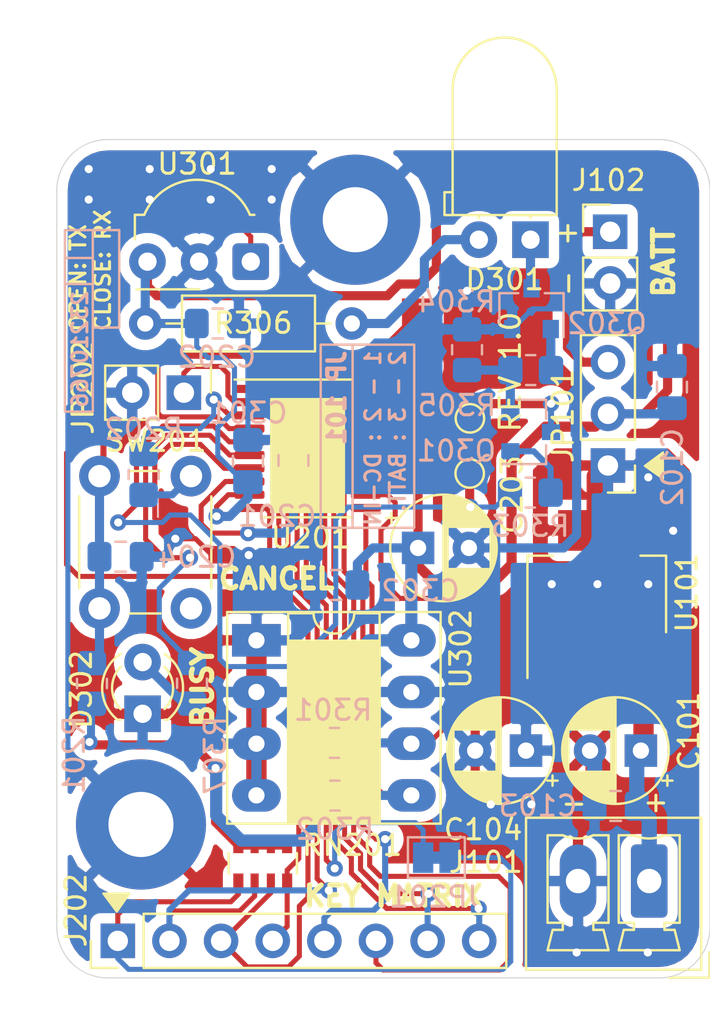
<source format=kicad_pcb>
(kicad_pcb (version 20211014) (generator pcbnew)
  (title_block (title "IR Clone - Signal Capture / Playback Module") (date "2020-12-20") (rev "1.0.0") (company "Dilshan R Jayakody") (comment 1 "jayakody2000lk@gmail.com") (comment 2 "jayakody2000lk.blogspot.com") (comment 3 "https://github.com/dilshan/ir-clone"))
  (layers (0 "F.Cu" signal) (31 "B.Cu" signal) (34 "B.Paste" user) (35 "F.Paste" user) (36 "B.SilkS" user "B.Silkscreen") (37 "F.SilkS" user "F.Silkscreen") (38 "B.Mask" user) (39 "F.Mask" user) (44 "Edge.Cuts" user))
  (net 0 "")
  (net 1 "Net-(C101-Pad1)")
  (net 2 "GND")
  (net 3 "+3V3")
  (net 4 "/REG-3V3")
  (net 5 "Net-(C201-Pad1)")
  (net 6 "/ir-signal-gen-mcu/RESET")
  (net 7 "Net-(D301-Pad1)")
  (net 8 "Net-(D301-Pad2)")
  (net 9 "Net-(D302-Pad2)")
  (net 10 "Net-(J102-Pad1)")
  (net 11 "/ir-signal-gen-mcu/SWIM")
  (net 12 "Net-(J202-Pad1)")
  (net 13 "/ir-signal-gen-mcu/KEYMATRIX1")
  (net 14 "/ir-signal-gen-mcu/KEYMATRIX2")
  (net 15 "/ir-signal-gen-mcu/KEYMATRIX3")
  (net 16 "/ir-signal-gen-mcu/KEYMATRIX4")
  (net 17 "/ir-signal-gen-mcu/KEYMATRIX5")
  (net 18 "/ir-signal-gen-mcu/KEYMATRIX6")
  (net 19 "/ir-signal-gen-mcu/KEYMATRIX7")
  (net 20 "/ir-signal-gen-mcu/MODE")
  (net 21 "Net-(Q301-Pad1)")
  (net 22 "Net-(Q301-Pad2)")
  (net 23 "CARRIER-OUT")
  (net 24 "Net-(Q302-Pad1)")
  (net 25 "Net-(R202-Pad2)")
  (net 26 "/ir-signal-gen-mcu/RESET-EN")
  (net 27 "SCL")
  (net 28 "SDA")
  (net 29 "IR-OUT")
  (net 30 "BUSY")
  (net 31 "IR-IN")
  (footprint "Capacitor_THT:CP_Radial_D5.0mm_P2.50mm" (layer "F.Cu") (at 151.71 105.87 180)
    (fp_text reference "C101")
    (fp_text value "10MFD")
  )
  (footprint "Capacitor_THT:CP_Radial_D5.0mm_P2.50mm" (layer "F.Cu") (at 146.06 105.87 180)
    (fp_text reference "C104")
    (fp_text value "4.7MFD")
  )
  (footprint "Capacitor_THT:CP_Radial_D5.0mm_P2.50mm" (layer "F.Cu") (at 140.75 95.91)
    (fp_text reference "C203")
    (fp_text value "1MFD")
  )
  (footprint "LED_THT:LED_D5.0mm_Horizontal_O1.27mm_Z3.0mm" (layer "F.Cu") (at 146.28 80.76 180)
    (fp_text reference "D301")
    (fp_text value "LD271")
  )
  (footprint "LED_THT:LED_D3.0mm" (layer "F.Cu") (at 127.2 104.06 90)
    (fp_text reference "D302")
    (fp_text value "GREEN-3mm")
  )
  (footprint "MountingHole:MountingHole_3.2mm_M3_Pad" (layer "F.Cu") (at 127.12 109.5)
    (fp_text reference "H101" hide)
    (fp_text value "MountingHole_Pad")
  )
  (footprint "MountingHole:MountingHole_3.2mm_M3_Pad" (layer "F.Cu") (at 137.66 79.78)
    (fp_text reference "H102" hide)
    (fp_text value "MountingHole_Pad")
  )
  (footprint "Connector_Phoenix_MC:PhoenixContact_MCV_1,5_2-G-3.5_1x02_P3.50mm_Vertical" (layer "F.Cu") (at 152.12 112.28 180)
    (fp_text reference "J101")
    (fp_text value "DC-IN")
  )
  (footprint "Connector_PinHeader_2.54mm:PinHeader_1x02_P2.54mm_Vertical" (layer "F.Cu") (at 150.2 80.37)
    (fp_text reference "J102")
    (fp_text value "BAT-IN")
  )
  (footprint "ir-signalgen-lite:pogo-2.54mmx4" (layer "F.Cu") (at 140.73 84.42 -90)
    (fp_text reference "J201" hide)
    (fp_text value "ICP")
  )
  (footprint "Connector_PinHeader_2.54mm:PinHeader_1x03_P2.54mm_Vertical" (layer "F.Cu") (at 150.09 91.86 180)
    (fp_text reference "JP101")
    (fp_text value "PWR-SRC")
  )
  (footprint "Resistor_THT:R_Axial_DIN0207_L6.3mm_D2.5mm_P10.16mm_Horizontal" (layer "F.Cu") (at 127.33 84.88)
    (fp_text reference "R306")
    (fp_text value "56R")
  )
  (footprint "Resistor_SMD:R_Array_Convex_4x0603" (layer "F.Cu") (at 133.11 111.41 90)
    (fp_text reference "RN201")
    (fp_text value "22K")
  )
  (footprint "Button_Switch_THT:SW_PUSH_6mm" (layer "F.Cu") (at 125.08 98.88 90)
    (fp_text reference "SW201")
    (fp_text value "60-2S1M")
  )
  (footprint "TestPoint:TestPoint_Pad_D1.0mm" (layer "F.Cu") (at 143.3 89.54)
    (fp_text reference "TP301" hide)
    (fp_text value "TestPoint")
  )
  (footprint "TestPoint:TestPoint_Pad_D1.0mm" (layer "F.Cu") (at 143.29 92.25)
    (fp_text reference "TP302" hide)
    (fp_text value "TestPoint")
  )
  (footprint "Package_TO_SOT_SMD:SOT-223-3_TabPin2" (layer "F.Cu") (at 149.54 98.2 90)
    (fp_text reference "U101")
    (fp_text value "AMS1117-3.3")
  )
  (footprint "Package_SO:TSSOP-20_4.4x6.5mm_P0.65mm" (layer "F.Cu") (at 135.32 91.02)
    (fp_text reference "U201")
    (fp_text value "STM8S003F3P")
  )
  (footprint "Package_DIP:DIP-8_W7.62mm_Socket_LongPads" (layer "F.Cu") (at 132.8 100.45)
    (fp_text reference "U302")
    (fp_text value "24LC32")
  )
  (footprint "OptoDevice:Vishay_MOLD-3Pin" (layer "F.Cu") (at 132.52 81.84 180)
    (fp_text reference "U301")
    (fp_text value "TSOP1838")
  )
  (footprint "Connector_PinHeader_2.54mm:PinHeader_1x08_P2.54mm_Vertical" (layer "F.Cu") (at 125.98 115.22 90)
    (fp_text reference "J202")
    (fp_text value "KEYMATRIX")
  )
  (footprint "Connector_PinHeader_2.54mm:PinHeader_1x02_P2.54mm_Vertical" (layer "F.Cu") (at 129.23 88.28 -90)
    (fp_text reference "JP202")
    (fp_text value "MODE")
  )
  (footprint "Capacitor_SMD:C_0805_2012Metric_Pad1.18x1.45mm_HandSolder" (layer "B.Cu") (at 153.24 88.0075 90)
    (fp_text reference "C102")
    (fp_text value "0.1MFD")
  )
  (footprint "Capacitor_SMD:C_0805_2012Metric_Pad1.18x1.45mm_HandSolder" (layer "B.Cu") (at 150.47 108.59 180)
    (fp_text reference "C103")
    (fp_text value "0.1MFD")
  )
  (footprint "Capacitor_SMD:C_0805_2012Metric_Pad1.18x1.45mm_HandSolder" (layer "B.Cu") (at 134.62 91.61 90)
    (fp_text reference "C201")
    (fp_text value "1MFD")
  )
  (footprint "Capacitor_SMD:C_0805_2012Metric_Pad1.18x1.45mm_HandSolder" (layer "B.Cu") (at 130.9 84.88)
    (fp_text reference "C202")
    (fp_text value "0.1MFD")
  )
  (footprint "Capacitor_SMD:C_0805_2012Metric_Pad1.18x1.45mm_HandSolder" (layer "B.Cu") (at 126.1175 96.34)
    (fp_text reference "C204")
    (fp_text value "0.1MFD")
  )
  (footprint "Capacitor_SMD:C_0805_2012Metric_Pad1.18x1.45mm_HandSolder" (layer "B.Cu") (at 132.38 91.64 90)
    (fp_text reference "C301")
    (fp_text value "0.1MFD")
  )
  (footprint "Capacitor_SMD:C_0805_2012Metric_Pad1.18x1.45mm_HandSolder" (layer "B.Cu") (at 136.7275 97.73 180)
    (fp_text reference "C302")
    (fp_text value "0.1MFD")
  )
  (footprint "Jumper:SolderJumper-2_P1.3mm_Bridged_Pad1.0x1.5mm" (layer "B.Cu") (at 141.65 111.13)
    (fp_text reference "JP201")
    (fp_text value "PROG")
  )
  (footprint "Package_TO_SOT_SMD:SOT-23" (layer "B.Cu") (at 146.29 90.21)
    (fp_text reference "Q301")
    (fp_text value "MMBT3904")
  )
  (footprint "Package_TO_SOT_SMD:SOT-23" (layer "B.Cu") (at 146.33 84.15 90)
    (fp_text reference "Q302")
    (fp_text value "MMBT3904")
  )
  (footprint "Resistor_SMD:R_0805_2012Metric_Pad1.20x1.40mm_HandSolder" (layer "B.Cu") (at 124.71 102.57 90)
    (fp_text reference "R201")
    (fp_text value "10K")
  )
  (footprint "Resistor_SMD:R_0805_2012Metric_Pad1.20x1.40mm_HandSolder" (layer "B.Cu") (at 127.25 92.3 -90)
    (fp_text reference "R202")
    (fp_text value "1K")
  )
  (footprint "Resistor_SMD:R_0805_2012Metric_Pad1.20x1.40mm_HandSolder" (layer "B.Cu") (at 136.64 105.49)
    (fp_text reference "R301")
    (fp_text value "4.7K")
  )
  (footprint "Resistor_SMD:R_0805_2012Metric_Pad1.20x1.40mm_HandSolder" (layer "B.Cu") (at 136.66 108.08)
    (fp_text reference "R302")
    (fp_text value "4.7K")
  )
  (footprint "Resistor_SMD:R_0805_2012Metric_Pad1.20x1.40mm_HandSolder" (layer "B.Cu") (at 146.27 93.19)
    (fp_text reference "R303")
    (fp_text value "10K")
  )
  (footprint "Resistor_SMD:R_0805_2012Metric_Pad1.20x1.40mm_HandSolder" (layer "B.Cu") (at 143.16 86.17 90)
    (fp_text reference "R304")
    (fp_text value "22K")
  )
  (footprint "Resistor_SMD:R_0805_2012Metric_Pad1.20x1.40mm_HandSolder" (layer "B.Cu") (at 146.29 87.17)
    (fp_text reference "R305")
    (fp_text value "4.7K")
  )
  (footprint "Resistor_SMD:R_0805_2012Metric_Pad1.20x1.40mm_HandSolder" (layer "B.Cu") (at 129.63 102.56 -90)
    (fp_text reference "R307")
    (fp_text value "470R")
  )
  (gr_line (start 135.96 85.92) (end 135.96 86.26) (layer "B.SilkS") (width 0.12))
  (gr_line (start 124.75 82.94) (end 123.38 82.94) (layer "B.SilkS") (width 0.12))
  (gr_line (start 126.05 80.29) (end 126.05 85.08) (layer "B.SilkS") (width 0.12))
  (gr_line (start 123.38 80.29) (end 124.75 80.29) (layer "B.SilkS") (width 0.12))
  (gr_line (start 124.75 81.66) (end 123.38 81.66) (layer "B.SilkS") (width 0.12))
  (gr_line (start 123.38 89.21) (end 124.75 89.21) (layer "B.SilkS") (width 0.12))
  (gr_line (start 124.74 80.29) (end 126.05 80.29) (layer "B.SilkS") (width 0.12))
  (gr_line (start 126.05 85.08) (end 124.75 85.08) (layer "B.SilkS") (width 0.12))
  (gr_line (start 123.38 82.8) (end 123.38 89.21) (layer "B.SilkS") (width 0.12))
  (gr_line (start 124.75 89.21) (end 124.75 82.94) (layer "B.SilkS") (width 0.12))
  (gr_line (start 124.75 82.96) (end 124.75 81.71) (layer "B.SilkS") (width 0.12))
  (gr_line (start 124.75 80.29) (end 124.75 81.72) (layer "B.SilkS") (width 0.12))
  (gr_line (start 123.38 81.79) (end 123.38 80.29) (layer "B.SilkS") (width 0.12))
  (gr_line (start 123.38 82.94) (end 123.38 81.8) (layer "B.SilkS") (width 0.12))
  (gr_line (start 123.38 81.71) (end 123.38 81.79) (layer "B.SilkS") (width 0.12))
  (gr_line (start 140.56 85.92) (end 135.96 85.92) (layer "B.SilkS") (width 0.12))
  (gr_line (start 137.53 85.92) (end 137.53 94.91) (layer "B.SilkS") (width 0.12))
  (gr_line (start 135.96 86.24) (end 135.96 94.92) (layer "B.SilkS") (width 0.12))
  (gr_line (start 135.96 94.92) (end 140.56 94.92) (layer "B.SilkS") (width 0.12))
  (gr_line (start 140.56 94.92) (end 140.56 85.92) (layer "B.SilkS") (width 0.12))
  (gr_poly (pts (xy 126.56 112.89) (xy 125.93 113.79) (xy 125.26 112.89)) (layer "F.SilkS") (width 0.1) (fill solid))
  (gr_poly (pts (xy 152.8 92.51) (xy 151.9 91.88) (xy 152.8 91.21)) (layer "F.SilkS") (width 0.1) (fill solid))
  (gr_poly (pts (xy 138.87 109.42) (xy 134.35 109.42) (xy 134.35 100.46) (xy 138.87 100.46)) (layer "F.SilkS") (width 0.1) (fill solid))
  (gr_poly (pts (xy 137.11 94.15) (xy 133.52 94.15) (xy 133.52 88.59) (xy 137.11 88.59)) (layer "F.SilkS") (width 0.1) (fill solid))
  (gr_arc (start 152.61 75.84) (mid 154.377767 76.572233) (end 155.11 78.34) (layer "Edge.Cuts") (width 0.05))
  (gr_arc (start 155.11 114.54) (mid 154.377767 116.307767) (end 152.61 117.04) (layer "Edge.Cuts") (width 0.05))
  (gr_arc (start 125.48 117.04) (mid 123.712233 116.307767) (end 122.98 114.54) (layer "Edge.Cuts") (width 0.05))
  (gr_line (start 122.98 114.54) (end 122.98 78.34) (layer "Edge.Cuts") (width 0.05))
  (gr_line (start 155.11 78.34) (end 155.11 114.54) (layer "Edge.Cuts") (width 0.05))
  (gr_line (start 125.48 75.84) (end 152.61 75.84) (layer "Edge.Cuts") (width 0.05))
  (gr_line (start 152.61 117.04) (end 125.48 117.04) (layer "Edge.Cuts") (width 0.05))
  (gr_arc (start 122.98 78.34) (mid 123.712233 76.572233) (end 125.48 75.84) (layer "Edge.Cuts") (width 0.05))
  (gr_text "23210766" (at 124.12 86.15 90) (layer "B.SilkS") (effects (font (size 0.75 0.75)) (justify mirror)))
  (gr_text "1 - 2 : DC-IN\n2 - 3 : BATT." (at 139.14 86.13 90) (layer "B.SilkS") (effects (font (size 0.75 0.75)) (justify left mirror)))
  (gr_text "JP 101" (at 136.75 88.54 90) (layer "B.SilkS") (effects (font (size 0.85 0.85) (thickness 0.2125)) (justify mirror)))
  (gr_text "CANCEL" (at 133.79 97.43) (layer "F.SilkS") (effects (font (size 1 1) (thickness 0.25))))
  (gr_text "REV 1.0" (at 145.28 87.26 90) (layer "F.SilkS") (effects (font (size 1 1))))
  (gr_text "-" (at 148.09 82.91 90) (layer "F.SilkS") (effects (font (size 1 1))))
  (gr_text "KEY MATRIX" (at 139.53 113.02) (layer "F.SilkS") (effects (font (size 1 1) (thickness 0.25))))
  (gr_text "BUSY" (at 130.15 102.74 90) (layer "F.SilkS") (effects (font (size 1 1) (thickness 0.25))))
  (gr_text "+" (at 152.45 108.37) (layer "F.SilkS") (effects (font (size 1 1))))
  (gr_text "BATT" (at 152.83 81.86 90) (layer "F.SilkS") (effects (font (size 1 1) (thickness 0.25))))
  (gr_text "-" (at 148.42 108.43) (layer "F.SilkS") (effects (font (size 1 1))))
  (gr_text "OPEN: TX\nCLOSE: RX" (at 124.63 85.33 90) (layer "F.SilkS") (effects (font (size 0.75 0.75)) (justify left)))
  (gr_text "+" (at 148.12 80.37) (layer "F.SilkS") (effects (font (size 1 1))))
  (segment (start 151.84 105.74) (end 151.71 105.87) (width 1) (layer "F.Cu") (net 1))
  (segment (start 151.84 101.35) (end 151.84 105.74) (width 1) (layer "F.Cu") (net 1))
  (segment (start 151.5075 106.0725) (end 151.71 105.87) (width 0.75) (layer "B.Cu") (net 1))
  (segment (start 151.5075 108.59) (end 151.5075 106.0725) (width 0.75) (layer "B.Cu") (net 1))
  (segment (start 152.12 112.28) (end 152.12 109.2025) (width 0.75) (layer "B.Cu") (net 1))
  (segment (start 152.12 109.2025) (end 151.5075 108.59) (width 0.75) (layer "B.Cu") (net 1))
  (segment (start 144.0625 108.2775) (end 144.3 108.515) (width 0.45) (layer "F.Cu") (net 2))
  (segment (start 144.325 108.515) (end 146.325 108.515) (width 0.45) (layer "F.Cu") (net 2))
  (segment (start 146.325 108.515) (end 148.47 108.515) (width 0.45) (layer "F.Cu") (net 2))
  (segment (start 143.56 106.75) (end 143.56 105.87) (width 0.25) (layer "F.Cu") (net 2))
  (segment (start 132.8 108.07) (end 132.8 105.53) (width 0.25) (layer "F.Cu") (net 2))
  (segment (start 144.3 108.515) (end 144.325 108.515) (width 0.45) (layer "F.Cu") (net 2))
  (segment (start 132.8 102.99) (end 132.8 100.45) (width 0.25) (layer "F.Cu") (net 2))
  (segment (start 130.04003 90.82003) (end 128.56997 90.82003) (width 0.25) (layer "F.Cu") (net 2))
  (segment (start 143.16 87.07) (end 140.73 89.5) (width 0.45) (layer "F.Cu") (net 2))
  (segment (start 128.56997 90.82003) (end 127.8 91.59) (width 0.25) (layer "F.Cu") (net 2))
  (segment (start 143.56 105.87) (end 143.56 107.775) (width 0.45) (layer "F.Cu") (net 2))
  (segment (start 132.4575 91.995) (end 131.215 91.995) (width 0.25) (layer "F.Cu") (net 2))
  (segment (start 127.8 91.59) (end 127.8 94.45) (width 0.25) (layer "F.Cu") (net 2))
  (segment (start 149.21 107.775) (end 149.21 105.87) (width 0.45) (layer "F.Cu") (net 2))
  (segment (start 143.56 107.775) (end 144.0625 108.2775) (width 0.45) (layer "F.Cu") (net 2))
  (segment (start 143.56 106.75) (end 143.56 107.775) (width 0.25) (layer "F.Cu") (net 2))
  (segment (start 143.16 83.27) (end 143.16 87.07) (width 0.45) (layer "F.Cu") (net 2))
  (segment (start 128.81 95.46) (end 129.81 95.46) (width 0.25) (layer "F.Cu") (net 2))
  (segment (start 147.24 101.35) (end 144.46 101.35) (width 0.45) (layer "F.Cu") (net 2))
  (segment (start 144.46 101.35) (end 143.56 102.25) (width 0.45) (layer "F.Cu") (net 2))
  (segment (start 148.47 108.515) (end 149.21 107.775) (width 0.45) (layer "F.Cu") (net 2))
  (segment (start 127.8 94.45) (end 128.81 95.46) (width 0.25) (layer "F.Cu") (net 2))
  (segment (start 143.56 106.93) (end 143.56 106.75) (width 0.25) (layer "F.Cu") (net 2))
  (segment (start 143.56 102.25) (end 143.56 105.87) (width 0.45) (layer "F.Cu") (net 2))
  (segment (start 129.81 95.46) (end 130.61 96.26) (width 0.25) (layer "F.Cu") (net 2))
  (segment (start 132.8 100.45) (end 132.8 108.07) (width 1) (layer "F.Cu") (net 2))
  (segment (start 131.215 91.995) (end 130.04003 90.82003) (width 0.25) (layer "F.Cu") (net 2))
  (segment (start 132.8 105.53) (end 132.8 102.99) (width 0.25) (layer "F.Cu") (net 2))
  (segment (start 130.61 96.26) (end 132.42 96.26) (width 0.25) (layer "F.Cu") (net 2))
  (via (at 128.81 95.46) (size 0.8) (drill 0.4) (layers "F.Cu" "B.Cu") (net 2))
  (via (at 127.55 78.79) (size 0.8) (drill 0.4) (layers "F.Cu" "B.Cu") (net 2))
  (via (at 132.42 96.26) (size 0.8) (drill 0.4) (layers "F.Cu" "B.Cu") (net 2))
  (via (at 130.55 77.29) (size 0.8) (drill 0.4) (layers "F.Cu" "B.Cu") (net 2))
  (via (at 152.05 115.79) (size 0.8) (drill 0.4) (layers "F.Cu" "B.Cu") (net 2))
  (via (at 133.55 78.79) (size 0.8) (drill 0.4) (layers "F.Cu" "B.Cu") (net 2))
  (via (at 124.55 77.29) (size 0.8) (drill 0.4) (layers "F.Cu" "B.Cu") (net 2))
  (via (at 130.55 78.79) (size 0.8) (drill 0.4) (layers "F.Cu" "B.Cu") (net 2))
  (via (at 148.55 115.79) (size 0.8) (drill 0.4) (layers "F.Cu" "B.Cu") (net 2))
  (via (at 146.325 108.515) (size 0.8) (drill 0.4) (layers "F.Cu" "B.Cu") (net 2))
  (via (at 144.325 108.515) (size 0.8) (drill 0.4) (layers "F.Cu" "B.Cu") (net 2))
  (via (at 143.16 83.27) (size 0.8) (drill 0.4) (layers "F.Cu" "B.Cu") (net 2))
  (via (at 127.55 77.29) (size 0.8) (drill 0.4) (layers "F.Cu" "B.Cu") (net 2))
  (via (at 133.55 77.29) (size 0.8) (drill 0.4) (layers "F.Cu" "B.Cu") (net 2))
  (via (at 124.55 78.79) (size 0.8) (drill 0.4) (layers "F.Cu" "B.Cu") (net 2))
  (segment (start 132.38 85.3225) (end 131.9375 84.88) (width 0.25) (layer "B.Cu") (net 2))
  (segment (start 135.69 96.68) (end 135.69 97.73) (width 0.25) (layer "B.Cu") (net 2))
  (segment (start 146.38 84.16) (end 148.95 84.16) (width 0.25) (layer "B.Cu") (net 2))
  (segment (start 149.4325 106.0925) (end 149.21 105.87) (width 0.75) (layer "B.Cu") (net 2))
  (segment (start 145.36 85.17) (end 145.38 85.15) (width 0.25) (layer "B.Cu") (net 2))
  (segment (start 134.59 90.6025) (end 134.62 90.5725) (width 0.25) (layer "B.Cu") (net 2))
  (segment (start 147.91 95.91) (end 143.25 95.91) (width 0.45) (layer "B.Cu") (net 2))
  (segment (start 148.55 85.73) (end 149.27 85.01) (width 0.25) (layer "B.Cu") (net 2))
  (segment (start 143.25 105.56) (end 143.56 105.87) (width 0.25) (layer "B.Cu") (net 2))
  (segment (start 141.62 85.17) (end 143.16 85.17) (width 0.25) (layer "B.Cu") (net 2))
  (segment (start 134.62 90.5725) (end 140.4775 90.5725) (width 0.25) (layer "B.Cu") (net 2))
  (segment (start 142.98 102.99) (end 140.42 102.99) (width 0.25) (layer "B.Cu") (net 2))
  (segment (start 131.9375 83.8775) (end 131.9375 84.88) (width 0.25) (layer "B.Cu") (net 2))
  (segment (start 145.38 85.15) (end 145.39 85.15) (width 0.25) (layer "B.Cu") (net 2))
  (segment (start 141.07 89.98) (end 141.07 85.72) (width 0.25) (layer "B.Cu") (net 2))
  (segment (start 130.58 83.5) (end 131.56 83.5) (width 0.25) (layer "B.Cu") (net 2))
  (segment (start 143.56 103.57) (end 142.98 102.99) (width 0.25) (layer "B.Cu") (net 2))
  (segment (start 135.27 96.26) (end 135.69 96.68) (width 0.25) (layer "B.Cu") (net 2))
  (segment (start 143.16 83.27) (end 143.16 85.17) (width 0.25) (layer "B.Cu") (net 2))
  (segment (start 148.55 90.29) (end 148.55 95.27) (width 0.45) (layer "B.Cu") (net 2))
  (segment (start 143.25 102.72) (end 142.98 102.99) (width 0.25) (layer "B.Cu") (net 2))
  (segment (start 132.38 90.6025) (end 132.38 85.3225) (width 0.25) (layer "B.Cu") (net 2))
  (segment (start 132.42 96.26) (end 132.42 98.01) (width 0.25) (layer "B.Cu") (net 2))
  (segment (start 132.8 98.39) (end 132.8 100.45) (width 0.25) (layer "B.Cu") (net 2))
  (segment (start 143.16 85.17) (end 145.36 85.17) (width 0.25) (layer "B.Cu") (net 2))
  (segment (start 129.98 80.35) (end 130.55 79.78) (width 0.25) (layer "B.Cu") (net 2))
  (segment (start 127.2 109.42) (end 127.12 109.5) (width 0.25) (layer "B.Cu") (net 2))
  (segment (start 149.27 85.01) (end 149.9 85.01) (width 0.25) (layer "B.Cu") (net 2))
  (segment (start 132.2125 90.77) (end 132.38 90.6025) (width 0.25) (layer "B.Cu") (net 2))
  (segment (start 127.12 109.5) (end 125.61 109.5) (width 0.25) (layer "B.Cu") (net 2))
  (segment (start 128.67 105.53) (end 132.8 105.53) (width 0.25) (layer "B.Cu") (net 2))
  (segment (start 145.39 85.15) (end 146.38 84.16) (width 0.25) (layer "B.Cu") (net 2))
  (segment (start 123.52499 89.02501) (end 124.27 88.28) (width 0.25) (layer "B.Cu") (net 2))
  (segment (start 132.38 90.6025) (end 134.59 90.6025) (width 0.25) (layer "B.Cu") (net 2))
  (segment (start 123.52499 107.41499) (end 123.52499 89.02501) (width 0.25) (layer "B.Cu") (net 2))
  (segment (start 149.9 85.01) (end 150.2 84.71) (width 0.25) (layer "B.Cu") (net 2))
  (segment (start 141.07 85.72) (end 141.62 85.17) (width 0.25) (layer "B.Cu") (net 2))
  (segment (start 148.55 95.27) (end 147.91 95.91) (width 0.45) (layer "B.Cu") (net 2))
  (segment (start 150.2 84.71) (end 150.2 82.91) (width 0.25) (layer "B.Cu") (net 2))
  (segment (start 149.4325 108.59) (end 149.4325 106.0925) (width 0.75) (layer "B.Cu") (net 2))
  (segment (start 126.22 79.8) (end 129.43 79.8) (width 0.25) (layer "B.Cu") (net 2))
  (segment (start 129.43 79.8) (end 129.98 80.35) (width 0.25) (layer "B.Cu") (net 2))
  (segment (start 148.55 90.29) (end 148.55 85.73) (width 0.25) (layer "B.Cu") (net 2))
  (segment (start 125.39 80.63) (end 126.22 79.8) (width 0.25) (layer "B.Cu") (net 2))
  (segment (start 150.2 83.79) (end 150.2 82.91) (width 0.25) (layer "B.Cu") (net 2))
  (segment (start 131.56 83.5) (end 131.9375 83.8775) (width 0.25) (layer "B.Cu") (net 2))
  (segment (start 132.42 96.26) (end 135.27 96.26) (width 0.25) (layer "B.Cu") (net 2))
  (segment (start 150.2 82.91) (end 152.73 82.91) (width 0.25) (layer "B.Cu") (net 2))
  (segment (start 140.4775 90.5725) (end 141.07 89.98) (width 0.25) (layer "B.Cu") (net 2))
  (segment (start 126.69 88.28) (end 126.23 88.28) (width 0.25) (layer "B.Cu") (net 2))
  (segment (start 152.73 82.91) (end 153.24 83.42) (width 0.25) (layer "B.Cu") (net 2))
  (segment (start 153.24 83.42) (end 153.24 86.97) (width 0.25) (layer "B.Cu") (net 2))
  (segment (start 124.27 88.28) (end 126.69 88.28) (width 0.25) (layer "B.Cu") (net 2))
  (segment (start 132.42 98.01) (end 132.8 98.39) (width 0.25) (layer "B.Cu") (net 2))
  (segment (start 132.4575 93.295) (end 131.415 93.295) (width 0.25) (layer "F.Cu") (net 3))
  (segment (start 152.175 77.64) (end 153.025 78.49) (width 0.45) (layer "F.Cu") (net 3))
  (segment (start 153.025 88.165) (end 151.87 89.32) (width 0.45) (layer "F.Cu") (net 3))
  (segment (start 142.525 77.64) (end 152.175 77.64) (width 0.45) (layer "F.Cu") (net 3))
  (segment (start 144.545 97.52) (end 145.35 96.715) (width 0.5) (layer "F.Cu") (net 3))
  (segment (start 131.415 93.295) (end 130.84 93.87) (width 0.25) (layer "F.Cu") (net 3))
  (segment (start 139.245 83.515) (end 139.82 82.94) (width 0.45) (layer "F.Cu") (net 3))
  (segment (start 129.65 105.59) (end 124.73 105.59) (width 0.45) (layer "F.Cu") (net 3))
  (segment (start 153.025 78.49) (end 153.025 88.165) (width 0.45) (layer "F.Cu") (net 3))
  (segment (start 141.65 78.515) (end 142.525 77.64) (width 0.45) (layer "F.Cu") (net 3))
  (segment (start 131.91 110.51) (end 134.31 110.51) (width 0.45) (layer "F.Cu") (net 3))
  (segment (start 133.51 110.51) (end 132.71 110.51) (width 0.25) (layer "F.Cu") (net 3))
  (segment (start 127.905 83.515) (end 127.44 83.05) (width 0.45) (layer "F.Cu") (net 3))
  (segment (start 130.79 109.39) (end 131.91 110.51) (width 0.45) (layer "F.Cu") (net 3))
  (segment (start 151.87 89.32) (end 150.09 89.32) (width 0.45) (layer "F.Cu") (net 3))
  (segment (start 134.31 110.51) (end 133.51 110.51) (width 0.25) (layer "F.Cu") (net 3))
  (segment (start 149.46 89.95) (end 150.09 89.32) (width 0.5) (layer "F.Cu") (net 3))
  (segment (start 130.84 93.87) (end 130.84 94.36) (width 0.25) (layer "F.Cu") (net 3))
  (segment (start 132.71 110.51) (end 131.91 110.51) (width 0.25) (layer "F.Cu") (net 3))
  (segment (start 141.48 97.52) (end 144.545 97.52) (width 0.5) (layer "F.Cu") (net 3))
  (segment (start 130.79 106.73) (end 130.79 109.39) (width 0.45) (layer "F.Cu") (net 3))
  (segment (start 141.65 82.13) (end 141.65 78.515) (width 0.45) (layer "F.Cu") (net 3))
  (segment (start 140.75 95.91) (end 140.75 92.06) (width 0.45) (layer "F.Cu") (net 3))
  (segment (start 147.015 89.95) (end 145.35 91.615) (width 0.5) (layer "F.Cu") (net 3))
  (segment (start 139.245 83.515) (end 127.905 83.515) (width 0.45) (layer "F.Cu") (net 3))
  (segment (start 127.44 83.05) (end 127.44 81.84) (width 0.45) (layer "F.Cu") (net 3))
  (segment (start 145.35 91.615) (end 145.35 96.715) (width 0.5) (layer "F.Cu") (net 3))
  (segment (start 130.79 106.73) (end 129.65 105.59) (width 0.45) (layer "F.Cu") (net 3))
  (segment (start 149.46 89.95) (end 147.015 89.95) (width 0.5) (layer "F.Cu") (net 3))
  (segment (start 124.73 105.59) (end 124.59 105.45) (width 0.45) (layer "F.Cu") (net 3))
  (segment (start 140.75 95.91) (end 140.75 96.79) (width 0.5) (layer "F.Cu") (net 3))
  (segment (start 139.82 82.94) (end 140.84 82.94) (width 0.45) (layer "F.Cu") (net 3))
  (segment (start 140.75 96.79) (end 141.48 97.52) (width 0.5) (layer "F.Cu") (net 3))
  (segment (start 150.09 89.32) (end 150.82 89.32) (width 0.25) (layer "F.Cu") (net 3))
  (segment (start 140.84 82.94) (end 141.65 82.13) (width 0.45) (layer "F.Cu") (net 3))
  (segment (start 124.63 105.49) (end 124.59 105.45) (width 0.25) (layer "F.Cu") (net 3))
  (segment (start 140.75 92.06) (end 140.73 92.04) (width 0.45) (layer "F.Cu") (net 3))
  (via (at 130.84 94.36) (size 0.8) (drill 0.4) (layers "F.Cu" "B.Cu") (net 3))
  (via (at 130.79 106.73) (size 0.8) (drill 0.4) (layers "F.Cu" "B.Cu") (net 3))
  (via (at 124.59 105.45) (size 0.8) (drill 0.4) (layers "F.Cu" "B.Cu") (net 3))
  (segment (start 131.22 86.56) (end 130.41 86.56) (width 0.25) (layer "B.Cu") (net 3))
  (segment (start 135.66 108.08) (end 135.66 109.68) (width 0.6) (layer "B.Cu") (net 3))
  (segment (start 138.34 100.45) (end 135.64 103.15) (width 0.25) (layer "B.Cu") (net 3))
  (segment (start 124.59 105.45) (end 124.59 103.62) (width 0.25) (layer "B.Cu") (net 3))
  (segment (start 140.42 100.45) (end 138.34 100.45) (width 0.6) (layer "B.Cu") (net 3))
  (segment (start 135.64 108.06) (end 135.66 108.08) (width 0.3) (layer "B.Cu") (net 3))
  (segment (start 124.59 103.62) (end 124.55 103.58) (width 0.25) (layer "B.Cu") (net 3))
  (segment (start 132.38 93.46) (end 132.38 92.6775) (width 0.45) (layer "B.Cu") (net 3))
  (segment (start 127.33 81.95) (end 127.44 81.84) (width 0.45) (layer "B.Cu") (net 3))
  (segment (start 135.66 103.13) (end 138.34 100.45) (width 0.6) (layer "B.Cu") (net 3))
  (segment (start 130.41 86.56) (end 129.8625 86.0125) (width 0.25) (layer "B.Cu") (net 3))
  (segment (start 130.9 91.39) (end 130.9 89.98) (width 0.25) (layer "B.Cu") (net 3))
  (segment (start 135.05 110.29) (end 132.05 110.29) (width 0.6) (layer "B.Cu") (net 3))
  (segment (start 140.42 96.24) (end 140.75 95.91) (width 0.6) (layer "B.Cu") (net 3))
  (segment (start 138.53 95.91) (end 140.75 95.91) (width 0.45) (layer "B.Cu") (net 3))
  (segment (start 137.765 97.73) (end 137.765 96.675) (width 0.45) (layer "B.Cu") (net 3))
  (segment (start 135.64 103.15) (end 135.64 105.49) (width 0.25) (layer "B.Cu") (net 3))
  (segment (start 130.9 89.98) (end 131.72 89.16) (width 0.25) (layer "B.Cu") (net 3))
  (segment (start 150.09 89.32) (end 152.965 89.32) (width 0.45) (layer "B.Cu") (net 3))
  (segment (start 127.33 84.88) (end 127.33 81.95) (width 0.45) (layer "B.Cu") (net 3))
  (segment (start 131.72 87.06) (end 131.22 86.56) (width 0.25) (layer "B.Cu") (net 3))
  (segment (start 132.38 92.6775) (end 132.1875 92.6775) (width 0.25) (layer "B.Cu") (net 3))
  (segment (start 140.42 100.45) (end 140.42 96.24) (width 0.6) (layer "B.Cu") (net 3))
  (segment (start 135.64 105.49) (end 135.64 108.06) (width 0.3) (layer "B.Cu") (net 3))
  (segment (start 131.48 94.36) (end 132.38 93.46) (width 0.45) (layer "B.Cu") (net 3))
  (segment (start 131.72 89.16) (end 131.72 87.06) (width 0.25) (layer "B.Cu") (net 3))
  (segment (start 127.33 84.88) (end 129.8625 84.88) (width 0.45) (layer "B.Cu") (net 3))
  (segment (start 135.66 109.68) (end 135.05 110.29) (width 0.6) (layer "B.Cu") (net 3))
  (segment (start 124.71 105.33) (end 124.59 105.45) (width 0.3) (layer "B.Cu") (net 3))
  (segment (start 137.765 96.675) (end 138.53 95.91) (width 0.45) (layer "B.Cu") (net 3))
  (segment (start 132.05 110.29) (end 130.820001 109.060001) (width 0.6) (layer "B.Cu") (net 3))
  (segment (start 130.84 94.36) (end 131.48 94.36) (width 0.45) (layer "B.Cu") (net 3))
  (segment (start 124.71 103.57) (end 124.71 105.33) (width 0.3) (layer "B.Cu") (net 3))
  (segment (start 135.66 108.08) (end 135.66 103.13) (width 0.6) (layer "B.Cu") (net 3))
  (segment (start 130.820001 106.760001) (end 130.79 106.73) (width 0.6) (layer "B.Cu") (net 3))
  (segment (start 130.820001 109.060001) (end 130.820001 106.760001) (width 0.6) (layer "B.Cu") (net 3))
  (segment (start 152.965 89.32) (end 153.24 89.045) (width 0.45) (layer "B.Cu") (net 3))
  (segment (start 129.8625 86.0125) (end 129.8625 84.88) (width 0.25) (layer "B.Cu") (net 3))
  (segment (start 132.1875 92.6775) (end 130.9 91.39) (width 0.25) (layer "B.Cu") (net 3))
  (segment (start 149.54 97.675) (end 149.54 101.35) (width 1) (layer "F.Cu") (net 4))
  (segment (start 146.06 105.87) (end 146.06 104.33) (width 0.45) (layer "F.Cu") (net 4))
  (segment (start 149.54 103.25) (end 149.54 101.35) (width 0.45) (layer "F.Cu") (net 4))
  (segment (start 149.54 92.41) (end 150.09 91.86) (width 1) (layer "F.Cu") (net 4))
  (segment (start 146.49 103.9) (end 148.89 103.9) (width 0.45) (layer "F.Cu") (net 4))
  (segment (start 148.89 103.9) (end 149.54 103.25) (width 0.45) (layer "F.Cu") (net 4))
  (segment (start 146.06 104.33) (end 146.49 103.9) (width 0.45) (layer "F.Cu") (net 4))
  (segment (start 149.54 95.05) (end 149.54 92.41) (width 1) (layer "F.Cu") (net 4))
  (segment (start 149.54 95.05) (end 149.54 97.675) (width 1) (layer "F.Cu") (net 4))
  (via (at 149.575 97.69) (size 0.8) (drill 0.4) (layers "F.Cu" "B.Cu") (net 4))
  (via (at 153.3 95.065) (size 0.8) (drill 0.4) (layers "F.Cu" "B.Cu") (net 4))
  (via (at 152.075 92.44) (size 0.8) (drill 0.4) (layers "F.Cu" "B.Cu") (net 4))
  (via (at 147.325 97.69) (size 0.8) (drill 0.4) (layers "F.Cu" "B.Cu") (net 4))
  (via (at 152.075 97.69) (size 0.8) (drill 0.4) (layers "F.Cu" "B.Cu") (net 4))
  (segment (start 131.645 92.645) (end 131.276002 92.645) (width 0.25) (layer "F.Cu") (net 5))
  (segment (start 131.276002 92.645) (end 130.08 93.841002) (width 0.25) (layer "F.Cu") (net 5))
  (segment (start 131.32 95.18) (end 132.39 95.18) (width 0.25) (layer "F.Cu") (net 5))
  (segment (start 130.08 94.72) (end 130.54 95.18) (width 0.25) (layer "F.Cu") (net 5))
  (segment (start 130.54 95.18) (end 131.32 95.18) (width 0.25) (layer "F.Cu") (net 5))
  (segment (start 130.08 93.841002) (end 130.08 94.72) (width 0.25) (layer "F.Cu") (net 5))
  (segment (start 131.645 92.645) (end 131.425 92.645) (width 0.25) (layer "F.Cu") (net 5))
  (segment (start 132.4575 92.645) (end 131.645 92.645) (width 0.25) (layer "F.Cu") (net 5))
  (via (at 132.39 95.18) (size 0.8) (drill 0.4) (layers "F.Cu" "B.Cu") (net 5))
  (segment (start 134.62 94.71) (end 134.62 92.6475) (width 0.45) (layer "B.Cu") (net 5))
  (segment (start 134.15 95.18) (end 134.62 94.71) (width 0.45) (layer "B.Cu") (net 5))
  (segment (start 132.39 95.18) (end 134.15 95.18) (width 0.45) (layer "B.Cu") (net 5))
  (segment (start 127.95 89.285002) (end 127.95 87.06) (width 0.25) (layer "F.Cu") (net 6))
  (segment (start 125.765 86.7) (end 127.59 86.7) (width 0.3) (layer "F.Cu") (net 6))
  (segment (start 128.134998 89.47) (end 127.95 89.285002) (width 0.25) (layer "F.Cu") (net 6))
  (segment (start 125.275 87.19) (end 125.765 86.7) (width 0.3) (layer "F.Cu") (net 6))
  (segment (start 131.455 90.045) (end 130.88 89.47) (width 0.25) (layer "F.Cu") (net 6))
  (segment (start 132.4575 90.045) (end 131.455 90.045) (width 0.25) (layer "F.Cu") (net 6))
  (segment (start 138.685 86.465) (end 127.825 86.465) (width 0.3) (layer "F.Cu") (net 6))
  (segment (start 125.275 92.185) (end 125.275 87.19) (width 0.3) (layer "F.Cu") (net 6))
  (segment (start 127.95 87.06) (end 127.59 86.7) (width 0.25) (layer "F.Cu") (net 6))
  (segment (start 127.825 86.465) (end 127.59 86.7) (width 0.3) (layer "F.Cu") (net 6))
  (segment (start 138.685 86.465) (end 140.73 84.42) (width 0.3) (layer "F.Cu") (net 6))
  (segment (start 130.88 89.47) (end 128.134998 89.47) (width 0.25) (layer "F.Cu") (net 6))
  (segment (start 125.08 92.38) (end 125.275 92.185) (width 0.3) (layer "F.Cu") (net 6))
  (segment (start 125.08 92.38) (end 125.08 96.34) (width 0.25) (layer "B.Cu") (net 6))
  (segment (start 125.08 96.34) (end 125.08 98.88) (width 0.25) (layer "B.Cu") (net 6))
  (segment (start 125.08 101.2) (end 124.71 101.57) (width 0.45) (layer "B.Cu") (net 6))
  (segment (start 125.08 98.88) (end 125.08 101.2) (width 0.45) (layer "B.Cu") (net 6))
  (segment (start 125.08 101.05) (end 124.55 101.58) (width 0.25) (layer "B.Cu") (net 6))
  (segment (start 125.08 98.88) (end 125.08 92.38) (width 0.45) (layer "B.Cu") (net 6))
  (segment (start 125.08 98.88) (end 125.08 101.05) (width 0.25) (layer "B.Cu") (net 6))
  (segment (start 146.28 80.76) (end 146.28 83.1) (width 0.45) (layer "B.Cu") (net 7))
  (segment (start 146.28 83.1) (end 146.33 83.15) (width 0.45) (layer "B.Cu") (net 7))
  (segment (start 137.49 84.88) (end 139.22 84.88) (width 0.45) (layer "B.Cu") (net 8))
  (segment (start 139.22 84.88) (end 141.06 83.04) (width 0.45) (layer "B.Cu") (net 8))
  (segment (start 141.06 81.74) (end 142.04 80.76) (width 0.45) (layer "B.Cu") (net 8))
  (segment (start 142.04 80.76) (end 143.74 80.76) (width 0.45) (layer "B.Cu") (net 8))
  (segment (start 141.06 83.04) (end 141.06 81.74) (width 0.45) (layer "B.Cu") (net 8))
  (segment (start 129.63 103.56) (end 129.24 103.56) (width 0.45) (layer "B.Cu") (net 9))
  (segment (start 129.24 103.56) (end 127.2 101.52) (width 0.45) (layer "B.Cu") (net 9))
  (segment (start 148.795 80.37) (end 150.2 80.37) (width 0.45) (layer "F.Cu") (net 10))
  (segment (start 148.1 86.065) (end 148.1 81.065) (width 0.45) (layer "F.Cu") (net 10))
  (segment (start 150.09 86.78) (end 148.815 86.78) (width 0.45) (layer "F.Cu") (net 10))
  (segment (start 148.815 86.78) (end 148.1 86.065) (width 0.45) (layer "F.Cu") (net 10))
  (segment (start 148.1 81.065) (end 148.795 80.37) (width 0.45) (layer "F.Cu") (net 10))
  (segment (start 136.235031 98.735801) (end 135.25003 97.7508) (width 0.25) (layer "F.Cu") (net 11))
  (segment (start 135.25003 97.7508) (end 135.25003 89.9) (width 0.25) (layer "F.Cu") (net 11))
  (segment (start 139.58 88.11) (end 140.73 86.96) (width 0.25) (layer "F.Cu") (net 11))
  (segment (start 139.245 89.395) (end 139.58 89.06) (width 0.25) (layer "F.Cu") (net 11))
  (segment (start 136.235031 111.245031) (end 136.235031 98.735801) (width 0.25) (layer "F.Cu") (net 11))
  (segment (start 139.58 89.06) (end 139.58 88.11) (width 0.25) (layer "F.Cu") (net 11))
  (segment (start 135.25003 89.9) (end 135.75503 89.395) (width 0.25) (layer "F.Cu") (net 11))
  (segment (start 135.75503 89.395) (end 138.1825 89.395) (width 0.25) (layer "F.Cu") (net 11))
  (segment (start 138.1825 89.395) (end 139.245 89.395) (width 0.25) (layer "F.Cu") (net 11))
  (segment (start 136.65 111.66) (end 136.235031 111.245031) (width 0.25) (layer "F.Cu") (net 11))
  (via (at 136.65 111.66) (size 0.8) (drill 0.4) (layers "F.Cu" "B.Cu") (net 11))
  (segment (start 141 109.79) (end 140.62 109.41) (width 0.25) (layer "B.Cu") (net 11))
  (segment (start 137.16 109.41) (end 140.62 109.41) (width 0.25) (layer "B.Cu") (net 11))
  (segment (start 136.65 111.66) (end 136.65 109.92) (width 0.25) (layer "B.Cu") (net 11))
  (segment (start 141 111.13) (end 141 109.79) (width 0.25) (layer "B.Cu") (net 11))
  (segment (start 136.65 109.92) (end 137.16 109.41) (width 0.25) (layer "B.Cu") (net 11))
  (segment (start 125.98 115.22) (end 125.98 113.93) (width 0.25) (layer "F.Cu") (net 12))
  (segment (start 131.91 112.93) (end 131.91 112.31) (width 0.25) (layer "F.Cu") (net 12))
  (segment (start 131.54 113.3) (end 131.91 112.93) (width 0.25) (layer "F.Cu") (net 12))
  (segment (start 125.98 113.93) (end 126.61 113.3) (width 0.25) (layer "F.Cu") (net 12))
  (segment (start 126.61 113.3) (end 131.54 113.3) (width 0.25) (layer "F.Cu") (net 12))
  (segment (start 144.92 116.62) (end 145.31 116.23) (width 0.25) (layer "B.Cu") (net 12))
  (segment (start 144.79 111.13) (end 142.3 111.13) (width 0.25) (layer "B.Cu") (net 12))
  (segment (start 125.98 116.09) (end 126.51 116.62) (width 0.25) (layer "B.Cu") (net 12))
  (segment (start 126.51 116.62) (end 144.92 116.62) (width 0.25) (layer "B.Cu") (net 12))
  (segment (start 125.98 115.22) (end 125.98 116.09) (width 0.25) (layer "B.Cu") (net 12))
  (segment (start 145.31 116.23) (end 145.31 111.65) (width 0.25) (layer "B.Cu") (net 12))
  (segment (start 145.31 111.65) (end 144.79 111.13) (width 0.25) (layer "B.Cu") (net 12))
  (segment (start 132.71 113.02) (end 132.71 112.31) (width 0.25) (layer "F.Cu") (net 13))
  (segment (start 128.52 114.00001) (end 128.77 113.75001) (width 0.25) (layer "F.Cu") (net 13))
  (segment (start 134.80002 97.9372) (end 135.785021 98.922201) (width 0.25) (layer "F.Cu") (net 13))
  (segment (start 128.52 115.22) (end 128.52 114.00001) (width 0.25) (layer "F.Cu") (net 13))
  (segment (start 135.785021 112.165021) (end 136.36 112.74) (width 0.25) (layer "F.Cu") (net 13))
  (segment (start 131.97999 113.75001) (end 132.71 113.02) (width 0.25) (layer "F.Cu") (net 13))
  (segment (start 135.27502 88.745) (end 134.80002 89.22) (width 0.25) (layer "F.Cu") (net 13))
  (segment (start 135.785021 98.922201) (end 135.785021 100.69) (width 0.25) (layer "F.Cu") (net 13))
  (segment (start 135.785021 100.69) (end 135.785021 108.93) (width 0.25) (layer "F.Cu") (net 13))
  (segment (start 135.785021 108.93) (end 135.785021 112.165021) (width 0.25) (layer "F.Cu") (net 13))
  (segment (start 134.80002 89.22) (end 134.80002 97.9372) (width 0.25) (layer "F.Cu") (net 13))
  (segment (start 138.1825 88.745) (end 135.27502 88.745) (width 0.25) (layer "F.Cu") (net 13))
  (segment (start 128.77 113.75001) (end 131.97999 113.75001) (width 0.25) (layer "F.Cu") (net 13))
  (via (at 136.36 112.74) (size 0.8) (drill 0.4) (layers "F.Cu" "B.Cu") (net 13))
  (segment (start 129.48 112.74) (end 136.36 112.74) (width 0.3) (layer "B.Cu") (net 13))
  (segment (start 128.52 113.7) (end 129.48 112.74) (width 0.3) (layer "B.Cu") (net 13))
  (segment (start 128.52 115.22) (end 128.52 113.7) (width 0.3) (layer "B.Cu") (net 13))
  (segment (start 134.35001 88.55) (end 134.35001 98.1236) (width 0.25) (layer "F.Cu") (net 14))
  (segment (start 135.335011 99.108601) (end 135.335011 113.084989) (width 0.25) (layer "F.Cu") (net 14))
  (segment (start 138.1825 88.095) (end 134.80501 88.095) (width 0.25) (layer "F.Cu") (net 14))
  (segment (start 134.80501 88.095) (end 134.35001 88.55) (width 0.25) (layer "F.Cu") (net 14))
  (segment (start 133.51 112.85641) (end 133.51 112.31) (width 0.25) (layer "F.Cu") (net 14))
  (segment (start 132.34 116.5) (end 131.06 115.22) (width 0.25) (layer "F.Cu") (net 14))
  (segment (start 134.35001 98.1236) (end 135.335011 99.108601) (width 0.25) (layer "F.Cu") (net 14))
  (segment (start 134.38 116.5) (end 132.34 116.5) (width 0.25) (layer "F.Cu") (net 14))
  (segment (start 135.335011 113.084989) (end 134.91 113.51) (width 0.25) (layer "F.Cu") (net 14))
  (segment (start 131.14641 115.22) (end 133.51 112.85641) (width 0.25) (layer "F.Cu") (net 14))
  (segment (start 131.06 115.22) (end 131.14641 115.22) (width 0.25) (layer "F.Cu") (net 14))
  (segment (start 134.91 115.97) (end 134.38 116.5) (width 0.25) (layer "F.Cu") (net 14))
  (segment (start 134.91 113.51) (end 134.91 115.97) (width 0.25) (layer "F.Cu") (net 14))
  (segment (start 134.31 111.745002) (end 134.31 112.31) (width 0.25) (layer "F.Cu") (net 15))
  (segment (start 134.31 114.51) (end 134.31 112.31) (width 0.25) (layer "F.Cu") (net 15))
  (segment (start 133.9 88.51) (end 133.9 98.31) (width 0.25) (layer "F.Cu") (net 15))
  (segment (start 132.4575 88.095) (end 133.485 88.095) (width 0.25) (layer "F.Cu") (net 15))
  (segment (start 134.885001 111.170001) (end 134.31 111.745002) (width 0.25) (layer "F.Cu") (net 15))
  (segment (start 133.6 115.22) (end 134.31 114.51) (width 0.25) (layer "F.Cu") (net 15))
  (segment (start 133.9 98.31) (end 134.885001 99.295001) (width 0.25) (layer "F.Cu") (net 15))
  (segment (start 134.885001 99.295001) (end 134.885001 111.170001) (width 0.25) (layer "F.Cu") (net 15))
  (segment (start 133.485 88.095) (end 133.9 88.51) (width 0.25) (layer "F.Cu") (net 15))
  (segment (start 137.11 97.06513) (end 138.035071 97.990201) (width 0.25) (layer "F.Cu") (net 16))
  (segment (start 138.035071 108.73) (end 138.035071 109.575071) (width 0.25) (layer "F.Cu") (net 16))
  (segment (start 138.68 110.22) (end 139.13 110.22) (width 0.25) (layer "F.Cu") (net 16))
  (segment (start 137.35502 92.645) (end 137.11 92.89002) (width 0.25) (layer "F.Cu") (net 16))
  (segment (start 138.035071 97.990201) (end 138.035071 98.92) (width 0.25) (layer "F.Cu") (net 16))
  (segment (start 138.1825 92.645) (end 137.35502 92.645) (width 0.25) (layer "F.Cu") (net 16))
  (segment (start 138.035071 99.758) (end 138.035071 108.73) (width 0.25) (layer "F.Cu") (net 16))
  (segment (start 137.11 92.89002) (end 137.11 97.06513) (width 0.25) (layer "F.Cu") (net 16))
  (segment (start 138.035071 109.575071) (end 138.68 110.22) (width 0.25) (layer "F.Cu") (net 16))
  (segment (start 138.035071 98.92) (end 138.035071 99.758) (width 0.25) (layer "F.Cu") (net 16))
  (via (at 139.13 110.22) (size 0.8) (drill 0.4) (layers "F.Cu" "B.Cu") (net 16))
  (segment (start 136.14 115.22) (end 136.14 114.1) (width 0.3) (layer "B.Cu") (net 16))
  (segment (start 139.13 112.71) (end 139.13 113.16) (width 0.25) (layer "B.Cu") (net 16))
  (segment (start 136.14 114.1) (end 136.5 113.74) (width 0.3) (layer "B.Cu") (net 16))
  (segment (start 136.5 113.74) (end 138.55 113.74) (width 0.3) (layer "B.Cu") (net 16))
  (segment (start 139.13 112.37) (end 139.13 113.16) (width 0.3) (layer "B.Cu") (net 16))
  (segment (start 138.55 113.74) (end 139.13 113.16) (width 0.3) (layer "B.Cu") (net 16))
  (segment (start 139.13 112.37) (end 139.13 110.22) (width 0.3) (layer "B.Cu") (net 16))
  (segment (start 139.13 112.71) (end 139.13 112.37) (width 0.3) (layer "B.Cu") (net 16))
  (segment (start 137.065 91.345) (end 136.61001 91.79999) (width 0.25) (layer "F.Cu") (net 17))
  (segment (start 138.1825 91.345) (end 137.065 91.345) (width 0.25) (layer "F.Cu") (net 17))
  (segment (start 136.61001 97.20155) (end 137.585061 98.176601) (width 0.25) (layer "F.Cu") (net 17))
  (segment (start 137.585061 108.634939) (end 137.585061 108.79) (width 0.25) (layer "F.Cu") (net 17))
  (segment (start 145.28 116.15) (end 144.78 116.65) (width 0.25) (layer "F.Cu") (net 17))
  (segment (start 144.71 112.05) (end 145.28 112.62) (width 0.25) (layer "F.Cu") (net 17))
  (segment (start 139.03 116.65) (end 138.68 116.3) (width 0.25) (layer "F.Cu") (net 17))
  (segment (start 137.585061 99.29) (end 137.585061 99.9444) (width 0.25) (layer "F.Cu") (net 17))
  (segment (start 138.68 116.3) (end 138.68 115.22) (width 0.25) (layer "F.Cu") (net 17))
  (segment (start 137.585061 108.634939) (end 137.585061 109.965061) (width 0.25) (layer "F.Cu") (net 17))
  (segment (start 145.28 112.62) (end 145.28 116.15) (width 0.25) (layer "F.Cu") (net 17))
  (segment (start 138.37002 111.52002) (end 138.9 112.05) (width 0.25) (layer "F.Cu") (net 17))
  (segment (start 136.61001 91.79999) (end 136.61001 97.20155) (width 0.25) (layer "F.Cu") (net 17))
  (segment (start 144.78 116.65) (end 139.03 116.65) (width 0.25) (layer "F.Cu") (net 17))
  (segment (start 138.9 112.05) (end 144.71 112.05) (width 0.25) (layer "F.Cu") (net 17))
  (segment (start 137.585061 109.965061) (end 138.37002 110.75002) (width 0.25) (layer "F.Cu") (net 17))
  (segment (start 137.585061 98.176601) (end 137.585061 99.29) (width 0.25) (layer "F.Cu") (net 17))
  (segment (start 138.37002 110.75002) (end 138.37002 111.52002) (width 0.25) (layer "F.Cu") (net 17))
  (segment (start 137.585061 99.9444) (end 137.585061 108.634939) (width 0.25) (layer "F.Cu") (net 17))
  (segment (start 138.1825 90.695) (end 136.75505 90.695) (width 0.25) (layer "F.Cu") (net 18))
  (segment (start 137.920011 111.706421) (end 139.11359 112.9) (width 0.25) (layer "F.Cu") (net 18))
  (segment (start 136.16 91.29005) (end 136.16 97.38795) (width 0.25) (layer "F.Cu") (net 18))
  (segment (start 136.75505 90.695) (end 136.16 91.29005) (width 0.25) (layer "F.Cu") (net 18))
  (segment (start 137.92001 110.93642) (end 137.920011 111.706421) (width 0.25) (layer "F.Cu") (net 18))
  (segment (start 141.255 112.9) (end 141.26 112.905) (width 0.25) (layer "F.Cu") (net 18))
  (segment (start 137.135051 98.363001) (end 137.135052 110.151462) (width 0.25) (layer "F.Cu") (net 18))
  (segment (start 139.11359 112.9) (end 141.255 112.9) (width 0.25) (layer "F.Cu") (net 18))
  (segment (start 136.16 97.38795) (end 137.135051 98.363001) (width 0.25) (layer "F.Cu") (net 18))
  (segment (start 137.135052 110.151462) (end 137.92001 110.93642) (width 0.25) (layer "F.Cu") (net 18))
  (via (at 141.26 112.905) (size 0.8) (drill 0.4) (layers "F.Cu" "B.Cu") (net 18))
  (segment (start 141.22 112.945) (end 141.26 112.905) (width 0.3) (layer "B.Cu") (net 18))
  (segment (start 141.22 115.22) (end 141.22 112.945) (width 0.3) (layer "B.Cu") (net 18))
  (segment (start 136.15504 90.045) (end 138.1825 90.045) (width 0.25) (layer "F.Cu") (net 19))
  (segment (start 137.47 111.89282) (end 137.47 111.12282) (width 0.25) (layer "F.Cu") (net 19))
  (segment (start 136.685041 98.549401) (end 135.70004 97.5644) (width 0.25) (layer "F.Cu") (net 19))
  (segment (start 139.20718 113.63) (end 137.47 111.89282) (width 0.25) (layer "F.Cu") (net 19))
  (segment (start 137.47 111.12282) (end 136.685041 110.337861) (width 0.25) (layer "F.Cu") (net 19))
  (segment (start 135.70004 97.5644) (end 135.70004 90.5) (width 0.25) (layer "F.Cu") (net 19))
  (segment (start 136.685041 110.337861) (end 136.685041 98.549401) (width 0.25) (layer "F.Cu") (net 19))
  (segment (start 135.70004 90.5) (end 136.15504 90.045) (width 0.25) (layer "F.Cu") (net 19))
  (segment (start 143.73 113.63) (end 139.20718 113.63) (width 0.25) (layer "F.Cu") (net 19))
  (via (at 143.73 113.63) (size 0.8) (drill 0.4) (layers "F.Cu" "B.Cu") (net 19))
  (segment (start 143.76 113.66) (end 143.73 113.63) (width 0.3) (layer "B.Cu") (net 19))
  (segment (start 143.76 115.22) (end 143.76 113.66) (width 0.3) (layer "B.Cu") (net 19))
  (segment (start 131.39499 87.34501) (end 131.03998 86.99) (width 0.25) (layer "F.Cu") (net 20))
  (segment (start 131.03998 86.99) (end 129.56 86.99) (width 0.25) (layer "F.Cu") (net 20))
  (segment (start 129.23 87.32) (end 129.23 88.28) (width 0.25) (layer "F.Cu") (net 20))
  (segment (start 129.56 86.99) (end 129.23 87.32) (width 0.25) (layer "F.Cu") (net 20))
  (segment (start 132.4575 88.745) (end 131.72 88.745) (width 0.25) (layer "F.Cu") (net 20))
  (segment (start 131.72 88.745) (end 131.39499 88.41999) (width 0.25) (layer "F.Cu") (net 20))
  (segment (start 131.39499 88.41999) (end 131.39499 87.34501) (width 0.25) (layer "F.Cu") (net 20))
  (segment (start 146.44 91.16) (end 147.27 91.99) (width 0.3) (layer "B.Cu") (net 21))
  (segment (start 145.29 91.16) (end 146.44 91.16) (width 0.3) (layer "B.Cu") (net 21))
  (segment (start 147.27 91.99) (end 147.27 93.19) (width 0.3) (layer "B.Cu") (net 21))
  (segment (start 145.29 87.17) (end 145.29 89.26) (width 0.45) (layer "B.Cu") (net 22))
  (segment (start 145.29 87.17) (end 143.16 87.17) (width 0.45) (layer "B.Cu") (net 22))
  (segment (start 143.3 90.365) (end 142.9 90.765) (width 0.25) (layer "F.Cu") (net 23))
  (segment (start 144.02 88.82) (end 143.3 89.54) (width 0.45) (layer "F.Cu") (net 23))
  (segment (start 139.47 91.73) (end 139.47 91.19) (width 0.25) (layer "F.Cu") (net 23))
  (segment (start 143.3 89.54) (end 143.3 90.365) (width 0.25) (layer "F.Cu") (net 23))
  (segment (start 142.9 90.765) (end 139.895 90.765) (width 0.25) (layer "F.Cu") (net 23))
  (segment (start 139.205 91.995) (end 139.47 91.73) (width 0.25) (layer "F.Cu") (net 23))
  (segment (start 138.1825 91.995) (end 139.205 91.995) (width 0.25) (layer "F.Cu") (net 23))
  (segment (start 147.29 88.82) (end 144.02 88.82) (width 0.45) (layer "F.Cu") (net 23))
  (segment (start 139.895 90.765) (end 139.47 91.19) (width 0.25) (layer "F.Cu") (net 23))
  (via (at 147.29 88.82) (size 0.8) (drill 0.4) (layers "F.Cu" "B.Cu") (net 23))
  (segment (start 147.29 88.82) (end 147.29 90.21) (width 0.3) (layer "B.Cu") (net 23))
  (segment (start 147.28 85.15) (end 147.28 87.16) (width 0.45) (layer "B.Cu") (net 24))
  (segment (start 147.28 87.16) (end 147.29 87.17) (width 0.45) (layer "B.Cu") (net 24))
  (segment (start 127.25 93.3) (end 128.66 93.3) (width 0.35) (layer "B.Cu") (net 25))
  (segment (start 128.66 93.3) (end 129.58 92.38) (width 0.35) (layer "B.Cu") (net 25))
  (segment (start 132.4575 89.395) (end 131.472358 89.395) (width 0.25) (layer "F.Cu") (net 26))
  (segment (start 131.472358 89.395) (end 130.698434 88.621076) (width 0.25) (layer "F.Cu") (net 26))
  (via (at 130.698434 88.621076) (size 0.8) (drill 0.4) (layers "F.Cu" "B.Cu") (net 26))
  (segment (start 127.25 90.49) (end 127.25 91.3) (width 0.25) (layer "B.Cu") (net 26))
  (segment (start 130.698434 88.621076) (end 130.698434 89.381566) (width 0.25) (layer "B.Cu") (net 26))
  (segment (start 130.03 90.05) (end 127.69 90.05) (width 0.25) (layer "B.Cu") (net 26))
  (segment (start 130.698434 89.381566) (end 130.03 90.05) (width 0.25) (layer "B.Cu") (net 26))
  (segment (start 127.69 90.05) (end 127.25 90.49) (width 0.25) (layer "B.Cu") (net 26))
  (segment (start 138.925 97.465) (end 139.85 98.39) (width 0.25) (layer "F.Cu") (net 27))
  (segment (start 142.625 104.165) (end 141.26 105.53) (width 0.25) (layer "F.Cu") (net 27))
  (segment (start 139.245 93.295) (end 139.624999 93.674999) (width 0.25) (layer "F.Cu") (net 27))
  (segment (start 142.625 99.44) (end 142.625 104.165) (width 0.25) (layer "F.Cu") (net 27))
  (segment (start 141.575 98.39) (end 142.625 99.44) (width 0.25) (layer "F.Cu") (net 27))
  (segment (start 139.85 98.39) (end 141.575 98.39) (width 0.25) (layer "F.Cu") (net 27))
  (segment (start 138.925 95.015) (end 138.925 97.465) (width 0.25) (layer "F.Cu") (net 27))
  (segment (start 139.624999 94.315001) (end 138.925 95.015) (width 0.25) (layer "F.Cu") (net 27))
  (segment (start 141.26 105.53) (end 140.42 105.53) (width 0.25) (layer "F.Cu") (net 27))
  (segment (start 139.624999 93.674999) (end 139.624999 94.315001) (width 0.25) (layer "F.Cu") (net 27))
  (segment (start 138.1825 93.295) (end 139.245 93.295) (width 0.25) (layer "F.Cu") (net 27))
  (segment (start 137.64 105.49) (end 140.38 105.49) (width 0.45) (layer "B.Cu") (net 27))
  (segment (start 140.38 105.49) (end 140.42 105.53) (width 0.45) (layer "B.Cu") (net 27))
  (segment (start 139.08 108.07) (end 140.42 108.07) (width 0.25) (layer "F.Cu") (net 28))
  (segment (start 138.1825 97.50122) (end 138.485081 97.803801) (width 0.25) (layer "F.Cu") (net 28))
  (segment (start 138.1825 93.945) (end 138.1825 97.50122) (width 0.25) (layer "F.Cu") (net 28))
  (segment (start 138.485081 107.475081) (end 139.08 108.07) (width 0.25) (layer "F.Cu") (net 28))
  (segment (start 138.485081 97.803801) (end 138.485081 107.475081) (width 0.25) (layer "F.Cu") (net 28))
  (segment (start 140.42 108.07) (end 137.67 108.07) (width 0.45) (layer "B.Cu") (net 28))
  (segment (start 137.67 108.07) (end 137.66 108.08) (width 0.45) (layer "B.Cu") (net 28))
  (segment (start 132.4575 90.695) (end 131.46859 90.695) (width 0.25) (layer "F.Cu") (net 29))
  (segment (start 143.29 93.87) (end 143.32 93.9) (width 0.45) (layer "F.Cu") (net 29))
  (segment (start 143.29 92.25) (end 143.29 93.87) (width 0.45) (layer "F.Cu") (net 29))
  (segment (start 126.89998 91.2172) (end 126.89998 93.76002) (width 0.25) (layer "F.Cu") (net 29))
  (segment (start 126.89998 93.76002) (end 126 94.66) (width 0.25) (layer "F.Cu") (net 29))
  (segment (start 130.693599 89.920011) (end 128.197168 89.920012) (width 0.25) (layer "F.Cu") (net 29))
  (segment (start 128.197168 89.920012) (end 126.89998 91.2172) (width 0.25) (layer "F.Cu") (net 29))
  (segment (start 131.46859 90.695) (end 130.693599 89.920011) (width 0.25) (layer "F.Cu") (net 29))
  (via (at 143.32 93.9) (size 0.8) (drill 0.4) (layers "F.Cu" "B.Cu") (net 29))
  (via (at 126 94.66) (size 0.8) (drill 0.4) (layers "F.Cu" "B.Cu") (net 29))
  (segment (start 131 95.74) (end 129.55 94.29) (width 0.25) (layer "B.Cu") (net 29))
  (segment (start 134.61359 101.74) (end 131.36 101.74) (width 0.25) (layer "B.Cu") (net 29))
  (segment (start 136.7 94.5) (end 136.7 99.65359) (width 0.25) (layer "B.Cu") (net 29))
  (segment (start 129.55 94.29) (end 128.55 94.29) (width 0.25) (layer "B.Cu") (net 29))
  (segment (start 137.3 93.9) (end 136.7 94.5) (width 0.25) (layer "B.Cu") (net 29))
  (segment (start 143.32 93.9) (end 137.3 93.9) (width 0.25) (layer "B.Cu") (net 29))
  (segment (start 128.18 94.66) (end 126 94.66) (width 0.25) (layer "B.Cu") (net 29))
  (segment (start 131.36 101.74) (end 131 101.38) (width 0.25) (layer "B.Cu") (net 29))
  (segment (start 143.32 93.9) (end 144.56 93.9) (width 0.25) (layer "B.Cu") (net 29))
  (segment (start 128.55 94.29) (end 128.18 94.66) (width 0.25) (layer "B.Cu") (net 29))
  (segment (start 131 101.38) (end 131 95.74) (width 0.25) (layer "B.Cu") (net 29))
  (segment (start 136.7 99.65359) (end 134.61359 101.74) (width 0.25) (layer "B.Cu") (net 29))
  (segment (start 144.56 93.9) (end 145.27 93.19) (width 0.25) (layer "B.Cu") (net 29))
  (segment (start 131.48218 91.345) (end 130.5072 90.37002) (width 0.25) (layer "F.Cu") (net 30))
  (segment (start 127.34999 91.4036) (end 127.34999 95.48999) (width 0.25) (layer "F.Cu") (net 30))
  (segment (start 132.4575 91.345) (end 131.48218 91.345) (width 0.25) (layer "F.Cu") (net 30))
  (segment (start 128.25 96.39) (end 129.53 96.39) (width 0.25) (layer "F.Cu") (net 30))
  (segment (start 128.383569 90.370021) (end 127.34999 91.4036) (width 0.25) (layer "F.Cu") (net 30))
  (segment (start 127.34999 95.48999) (end 128.25 96.39) (width 0.25) (layer "F.Cu") (net 30))
  (segment (start 130.5072 90.37002) (end 128.383569 90.370021) (width 0.25) (layer "F.Cu") (net 30))
  (via (at 129.53 96.39) (size 0.8) (drill 0.4) (layers "F.Cu" "B.Cu") (net 30))
  (segment (start 128.02 97.9) (end 128.02 99.95) (width 0.25) (layer "B.Cu") (net 30))
  (segment (start 128.02 99.95) (end 129.63 101.56) (width 0.25) (layer "B.Cu") (net 30))
  (segment (start 129.53 96.39) (end 128.02 97.9) (width 0.25) (layer "B.Cu") (net 30))
  (segment (start 131.99 80.08) (end 132.52 80.61) (width 0.25) (layer "F.Cu") (net 31))
  (segment (start 133.44999 96.85001) (end 132.99 97.31) (width 0.25) (layer "F.Cu") (net 31))
  (segment (start 124.05 97.31) (end 123.46 96.72) (width 0.25) (layer "F.Cu") (net 31))
  (segment (start 124.62999 81.07001) (end 125.62 80.08) (width 0.25) (layer "F.Cu") (net 31))
  (segment (start 133.44999 94.14999) (end 133.44999 96.85001) (width 0.25) (layer "F.Cu") (net 31))
  (segment (start 132.52 80.61) (end 132.52 81.84) (width 0.25) (layer "F.Cu") (net 31))
  (segment (start 132.99 97.31) (end 124.05 97.31) (width 0.25) (layer "F.Cu") (net 31))
  (segment (start 123.46 95.37) (end 123.46 91.25) (width 0.25) (layer "F.Cu") (net 31))
  (segment (start 124.62999 90.08001) (end 124.62999 81.07001) (width 0.25) (layer "F.Cu") (net 31))
  (segment (start 123.46 91.25) (end 124.62999 90.08001) (width 0.25) (layer "F.Cu") (net 31))
  (segment (start 123.46 96.72) (end 123.46 95.37) (width 0.25) (layer "F.Cu") (net 31))
  (segment (start 132.4575 93.945) (end 133.245 93.945) (width 0.25) (layer "F.Cu") (net 31))
  (segment (start 133.245 93.945) (end 133.44999 94.14999) (width 0.25) (layer "F.Cu") (net 31))
  (segment (start 125.62 80.08) (end 131.99 80.08) (width 0.25) (layer "F.Cu") (net 31))
  (zone (net 2) (net_name "GND") (layer "F.Cu") (priority 50) (connect_pads (clearance 0.508)) (min_thickness 0.254) (fill yes (thermal_gap 0.508) (thermal_bridge_width 0.508))
    (polygon (pts (xy 155.1 117.04) (xy 122.95 117.04) (xy 122.95 75.865) (xy 155.1 75.865)))
  )
  (zone (net 4) (net_name "/REG-3V3") (layer "F.Cu") (priority 100) (connect_pads (clearance 0.508)) (min_thickness 0.254) (fill yes (thermal_gap 0.508) (thermal_bridge_width 0.508))
    (polygon (pts (xy 147.8 91.015) (xy 153.05 91.015) (xy 154.125 92.09) (xy 154.125 98.265) (xy 153.1 99.29) (xy 147.375 99.29) (xy 146.4 98.315) (xy 146.4 92.065) (xy 147.475 91.015)))
  )
  (zone (net 2) (net_name "GND") (layer "B.Cu") (priority 50) (connect_pads (clearance 0.508)) (min_thickness 0.254) (fill yes (thermal_gap 0.508) (thermal_bridge_width 0.508))
    (polygon (pts (xy 155.1 117.04) (xy 122.975 117.04) (xy 122.975 75.74) (xy 155.1 75.74)))
  )
  (zone (net 4) (net_name "/REG-3V3") (layer "B.Cu") (priority 100) (connect_pads (clearance 0.508)) (min_thickness 0.254) (fill yes (thermal_gap 0.508) (thermal_bridge_width 0.508))
    (polygon (pts (xy 149.225 91.015) (xy 152.975 91.015) (xy 154.2 92.24) (xy 154.2 105.115) (xy 152.875 106.44) (xy 145.3 106.44) (xy 145.3 91.015) (xy 149.325 90.99)))
  )
)
</source>
